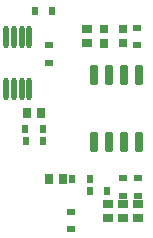
<source format=gtp>
G04*
G04 #@! TF.GenerationSoftware,Altium Limited,Altium Designer,22.2.1 (43)*
G04*
G04 Layer_Color=8421504*
%FSLAX44Y44*%
%MOMM*%
G71*
G04*
G04 #@! TF.SameCoordinates,1728C203-2672-44AB-99B5-9D0C7A82A750*
G04*
G04*
G04 #@! TF.FilePolarity,Positive*
G04*
G01*
G75*
%ADD15R,0.5000X0.8000*%
%ADD16R,0.9000X0.7500*%
%ADD17R,0.8000X0.5000*%
%ADD18O,0.4500X1.9000*%
G04:AMPARAMS|DCode=19|XSize=0.65mm|YSize=1.65mm|CornerRadius=0.0488mm|HoleSize=0mm|Usage=FLASHONLY|Rotation=0.000|XOffset=0mm|YOffset=0mm|HoleType=Round|Shape=RoundedRectangle|*
%AMROUNDEDRECTD19*
21,1,0.6500,1.5525,0,0,0.0*
21,1,0.5525,1.6500,0,0,0.0*
1,1,0.0975,0.2763,-0.7763*
1,1,0.0975,-0.2763,-0.7763*
1,1,0.0975,-0.2763,0.7763*
1,1,0.0975,0.2763,0.7763*
%
%ADD19ROUNDEDRECTD19*%
%ADD20R,0.7500X0.9000*%
%ADD21R,0.7000X0.8000*%
%ADD22C,0.6300*%
G36*
X117800Y167015D02*
X112100D01*
X110800Y168315D01*
Y175015D01*
X117800D01*
Y167015D01*
D02*
G37*
D15*
X47865Y88265D02*
D03*
X62865D02*
D03*
X47745Y98425D02*
D03*
X62745D02*
D03*
X102235Y46355D02*
D03*
X117235D02*
D03*
X87235Y56515D02*
D03*
X102235D02*
D03*
X55485Y198755D02*
D03*
X70485D02*
D03*
D16*
X99695Y183165D02*
D03*
Y171165D02*
D03*
X142875Y34860D02*
D03*
Y22860D02*
D03*
X130175Y34860D02*
D03*
Y22860D02*
D03*
X117475D02*
D03*
Y34860D02*
D03*
D17*
X67945Y169425D02*
D03*
Y154425D02*
D03*
X86360Y13575D02*
D03*
Y28575D02*
D03*
X130175Y56910D02*
D03*
Y41910D02*
D03*
X142010Y184305D02*
D03*
Y169305D02*
D03*
X142875Y56910D02*
D03*
Y41910D02*
D03*
D18*
X51100Y176530D02*
D03*
X44600D02*
D03*
X38100D02*
D03*
X31600D02*
D03*
X51100Y132530D02*
D03*
X44600D02*
D03*
X38100D02*
D03*
X31600D02*
D03*
D19*
X144145Y144145D02*
D03*
X131445D02*
D03*
X118745D02*
D03*
X106045D02*
D03*
X144145Y87645D02*
D03*
X131445D02*
D03*
X118745D02*
D03*
X106045D02*
D03*
D20*
X79375Y56515D02*
D03*
X67375D02*
D03*
X61245Y111760D02*
D03*
X49245D02*
D03*
D21*
X114300Y183515D02*
D03*
X130800D02*
D03*
Y171015D02*
D03*
D22*
X114300D02*
D03*
M02*

</source>
